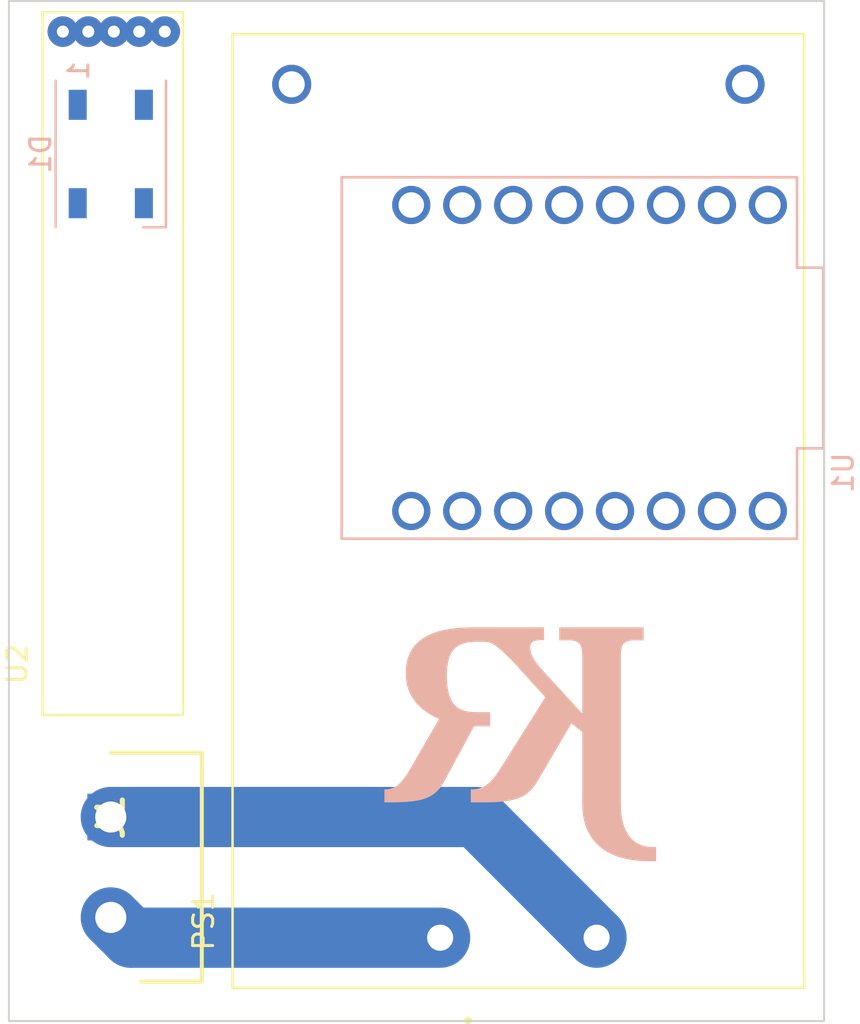
<source format=kicad_pcb>
(kicad_pcb (version 20211014) (generator pcbnew)
  (layers (0 "F.Cu" signal) (31 "B.Cu" signal) (34 "B.Paste" user) (35 "F.Paste" user) (36 "B.SilkS" user "B.Silkscreen") (37 "F.SilkS" user "F.Silkscreen") (38 "B.Mask" user) (39 "F.Mask" user) (44 "Edge.Cuts" user))
  (net 0 "")
  (net 1 "Net-(U1-Pad7)")
  (net 3 "Net-(PS1-Pad1)")
  (net 4 "Net-(PS1-Pad2)")
  (net 5 "GND")
  (net 6 "+5V")
  (net 8 "Net-(U1-Pad1)")
  (net 10 "Net-(U1-Pad3)")
  (footprint "Project:HLK-10M05" (layer "F.Cu") (at 91.44 144.78 90)
    (fp_text reference "PS1" (at -20.425 -15.695 90) (layer "F.SilkS"))
    (fp_text value "HLK-10M05")
    (fp_line (start 23.75 14.25) (end -23.75 14.25) (layer "F.SilkS") (width 0.127))
    (fp_line (start 23.75 -14.25) (end 23.75 14.25) (layer "F.SilkS") (width 0.127))
    (fp_line (start -23.75 -14.25) (end 23.75 -14.25) (layer "F.SilkS") (width 0.127))
    (fp_line (start -23.75 14.25) (end -23.75 -14.25) (layer "F.SilkS") (width 0.127))
    (fp_circle (center -25.37 -2.5) (end -25.27 -2.5) (layer "F.SilkS") (width 0.2) (fill none))
    (pad "1" thru_hole rect (at -21.25 -3.9 90) (size 1.95 1.95) (drill 1.3) (layers *.Cu *.Mask) (net 3 "Net-(PS1-Pad1)"))
    (pad "2" thru_hole circle (at -21.25 3.9 90) (size 1.95 1.95) (drill 1.3) (layers *.Cu *.Mask) (net 4 "Net-(PS1-Pad2)"))
    (pad "3" thru_hole circle (at 21.25 -11.3 90) (size 1.95 1.95) (drill 1.3) (layers *.Cu *.Mask) (net 5 "GND"))
    (pad "4" thru_hole circle (at 21.25 11.3 90) (size 1.95 1.95) (drill 1.3) (layers *.Cu *.Mask) (net 6 "+5V"))
  )
  (footprint "Project:LD2410 (B)" (layer "F.Cu") (at 67.715 154.94 90)
    (fp_text reference "U2" (at 2.54 -1.27 90 unlocked) (layer "F.SilkS"))
    (fp_text value "LD2410_(B)")
    (fp_line (start 35 7) (end 0 7) (layer "F.SilkS") (width 0.12))
    (fp_line (start 0 7) (end 0 0) (layer "F.SilkS") (width 0.12))
    (fp_line (start 0 0) (end 35 0) (layer "F.SilkS") (width 0.12))
    (fp_line (start 35 0) (end 35 7) (layer "F.SilkS") (width 0.12))
    (pad "1" thru_hole circle (at 34.036 6.096 90) (size 1.524 1.524) (drill 0.6) (layers *.Cu *.Mask))
    (pad "2" thru_hole circle (at 34.036 4.826 90) (size 1.524 1.524) (drill 0.6) (layers *.Cu *.Mask) (net 8 "Net-(U1-Pad1)"))
    (pad "3" thru_hole circle (at 34.036 3.556 90) (size 1.524 1.524) (drill 0.6) (layers *.Cu *.Mask) (net 10 "Net-(U1-Pad3)"))
    (pad "4" thru_hole circle (at 34.036 2.286 90) (size 1.524 1.524) (drill 0.6) (layers *.Cu *.Mask) (net 5 "GND"))
    (pad "5" thru_hole circle (at 34.036 1.016 90) (size 1.524 1.524) (drill oval 0.6) (layers *.Cu *.Mask) (net 6 "+5V"))
  )
  (footprint "Project:RHDRRA2W95P0X500_1X2_1120X900X1280P" (layer "F.Cu") (at 71.12 160.02 -90)
    (fp_text reference "J1" (at 0 0 90) (layer "F.SilkS") (effects (font (size 1.27 1.27) (thickness 0.254))))
    (fp_text value "Screw_Terminal_01x02" hide)
    (fp_line (start 8.2 -4.538) (end 8.2 -1.5125) (layer "F.SilkS") (width 0.2))
    (fp_line (start -3.2 -4.538) (end 8.2 -4.538) (layer "F.SilkS") (width 0.2))
    (fp_line (start -3.2 0) (end -3.2 -4.538) (layer "F.SilkS") (width 0.2))
    (pad "1" thru_hole rect locked (at 0 0 270) (size 2.325 2.325) (drill 1.55) (layers *.Cu *.Mask) (net 4 "Net-(PS1-Pad2)"))
    (pad "2" thru_hole circle locked (at 5 0 270) (size 2.325 2.325) (drill 1.55) (layers *.Cu *.Mask) (net 3 "Net-(PS1-Pad1)"))
  )
  (footprint "LED_SMD:LED_WS2812B_PLCC4_5.0x5.0mm_P3.2mm" (layer "B.Cu") (at 71.12 127 -90)
    (fp_text reference "D1" (at 0 3.5 90) (layer "B.SilkS") (effects (justify mirror)))
    (fp_text value "WS2812B")
    (fp_text user "1" (at -4.15 1.6 90) (layer "B.SilkS") (effects (justify mirror)))
    (fp_line (start -3.65 -2.75) (end 3.65 -2.75) (layer "B.SilkS") (width 0.12))
    (fp_line (start 3.65 -2.75) (end 3.65 -1.6) (layer "B.SilkS") (width 0.12))
    (fp_line (start -3.65 2.75) (end 3.65 2.75) (layer "B.SilkS") (width 0.12))
    (pad "1" smd rect (at -2.45 1.65 270) (size 1.5 0.9) (layers "B.Cu" "B.Paste" "B.Mask") (net 5 "GND"))
    (pad "2" smd rect (at -2.45 -1.65 270) (size 1.5 0.9) (layers "B.Cu" "B.Paste" "B.Mask"))
    (pad "3" smd rect (at 2.45 -1.65 270) (size 1.5 0.9) (layers "B.Cu" "B.Paste" "B.Mask") (net 6 "+5V"))
    (pad "4" smd rect (at 2.45 1.65 270) (size 1.5 0.9) (layers "B.Cu" "B.Paste" "B.Mask") (net 1 "Net-(U1-Pad7)"))
  )
  (footprint "Project:ESP32-C3_SUPERMINI" (layer "B.Cu") (at 93.98 137.16 90)
    (fp_text reference "U1" (at -5.715 13.6525 90) (layer "B.SilkS") (effects (justify mirror)))
    (fp_text value "ESP32-C3_SUPERMINI")
    (fp_line (start 4.5 12.65) (end 4.5 11.35) (layer "B.SilkS") (width 0.127))
    (fp_line (start -4.5 11.35) (end -9 11.35) (layer "B.SilkS") (width 0.127))
    (fp_line (start -9 -11.35) (end -9 11.35) (layer "B.SilkS") (width 0.127))
    (fp_line (start 9 -11.35) (end -9 -11.35) (layer "B.SilkS") (width 0.127))
    (fp_line (start 9 11.35) (end 4.5 11.35) (layer "B.SilkS") (width 0.127))
    (fp_line (start 4.5 12.65) (end -4.5 12.65) (layer "B.SilkS") (width 0.127))
    (fp_line (start -4.5 12.65) (end -4.5 11.35) (layer "B.SilkS") (width 0.127))
    (fp_line (start 9 -11.35) (end 9 11.35) (layer "B.SilkS") (width 0.127))
    (pad "0" thru_hole circle (at 7.62 -7.88 90) (size 1.905 1.905) (drill 1.27) (layers *.Cu *.Mask))
    (pad "1" thru_hole circle (at 7.62 -5.34 90) (size 1.905 1.905) (drill 1.27) (layers *.Cu *.Mask) (net 8 "Net-(U1-Pad1)"))
    (pad "2" thru_hole circle (at 7.62 -2.8 90) (size 1.905 1.905) (drill 1.27) (layers *.Cu *.Mask))
    (pad "3" thru_hole circle (at 7.62 -0.26 90) (size 1.905 1.905) (drill 1.27) (layers *.Cu *.Mask) (net 10 "Net-(U1-Pad3)"))
    (pad "3.3" thru_hole circle (at 7.62 4.82 90) (size 1.905 1.905) (drill 1.27) (layers *.Cu *.Mask))
    (pad "4" thru_hole circle (at 7.62 2.28 90) (size 1.905 1.905) (drill 1.27) (layers *.Cu *.Mask))
    (pad "5" thru_hole circle (at -7.62 9.9 90) (size 1.905 1.905) (drill 1.27) (layers *.Cu *.Mask))
    (pad "5V" thru_hole circle (at 7.62 9.9 90) (size 1.905 1.905) (drill 1.27) (layers *.Cu *.Mask) (net 6 "+5V"))
    (pad "6" thru_hole circle (at -7.62 7.36 90) (size 1.905 1.905) (drill 1.27) (layers *.Cu *.Mask))
    (pad "7" thru_hole circle (at -7.62 4.82 90) (size 1.905 1.905) (drill 1.27) (layers *.Cu *.Mask) (net 1 "Net-(U1-Pad7)"))
    (pad "8" thru_hole circle (at -7.62 2.28 90) (size 1.905 1.905) (drill 1.27) (layers *.Cu *.Mask))
    (pad "9" thru_hole circle (at -7.62 -0.26 90) (size 1.905 1.905) (drill 1.27) (layers *.Cu *.Mask))
    (pad "10" thru_hole circle (at -7.62 -2.8 90) (size 1.905 1.905) (drill 1.27) (layers *.Cu *.Mask))
    (pad "20" thru_hole circle (at -7.62 -5.34 90) (size 1.905 1.905) (drill 1.27) (layers *.Cu *.Mask))
    (pad "21" thru_hole circle (at -7.62 -7.88 90) (size 1.905 1.905) (drill 1.27) (layers *.Cu *.Mask))
    (pad "G" thru_hole circle (at 7.62 7.36 90) (size 1.905 1.905) (drill 1.27) (layers *.Cu *.Mask) (net 5 "GND"))
  )
  (gr_poly (pts (xy 88.956279 150.575054) (xy 88.75045 150.58185) (xy 88.551863 150.593178) (xy 88.36052 150.609036) (xy 88.176419 150.629426) (xy 87.999562 150.654346) (xy 87.829948 150.683797) (xy 87.667576 150.71778) (xy 87.512448 150.756293) (xy 87.364562 150.799338) (xy 87.223919 150.846913) (xy 87.09052 150.899019) (xy 86.964363 150.955657) (xy 86.845449 151.016825) (xy 86.733779 151.082525) (xy 86.629351 151.152755) (xy 86.531698 151.227276) (xy 86.440352 151.305849) (xy 86.355312 151.388474) (xy 86.276579 151.47515) (xy 86.204152 151.565877) (xy 86.138032 151.660656) (xy 86.078219 151.759486) (xy 86.024712 151.862367) (xy 85.977512 151.9693) (xy 85.936618 152.080285) (xy 85.902031 152.195321) (xy 85.873751 152.314408) (xy 85.851777 152.437547) (xy 85.836109 152.564737) (xy 85.826749 152.695978) (xy 85.823694 152.831271) (xy 85.824647 152.911435) (xy 85.827506 152.990067) (xy 85.832271 153.067167) (xy 85.838941 153.142736) (xy 85.847517 153.216773) (xy 85.857999 153.289278) (xy 85.870387 153.360251) (xy 85.884681 153.429693) (xy 85.90088 153.497603) (xy 85.918986 153.563981) (xy 85.938997 153.628828) (xy 85.960914 153.692143) (xy 85.984737 153.753926) (xy 86.010466 153.814178) (xy 86.0381 153.872898) (xy 86.067641 153.930086) (xy 86.097052 153.98385) (xy 86.127826 154.03676) (xy 86.159943 154.088791) (xy 86.193382 154.139921) (xy 86.228123 154.190125) (xy 86.264147 154.239378) (xy 86.301432 154.287657) (xy 86.33996 154.334938) (xy 86.379709 154.381197) (xy 86.420659 154.426409) (xy 86.462792 154.47055) (xy 86.506085 154.513597) (xy 86.55052 154.555526) (xy 86.596075 154.596311) (xy 86.642732 154.63593) (xy 86.690469 154.674358) (xy 86.782585 154.743818) (xy 86.876898 154.810095) (xy 86.973324 154.87314) (xy 87.07178 154.932905) (xy 87.172181 154.989339) (xy 87.274444 155.042395) (xy 87.378485 155.092023) (xy 87.48422 155.138174) (xy 86.032451 157.641661) (xy 85.956565 157.768351) (xy 85.88144 157.886086) (xy 85.807075 157.994867) (xy 85.733472 158.094693) (xy 85.696955 158.141248) (xy 85.660628 158.185565) (xy 85.624492 158.227643) (xy 85.588546 158.267482) (xy 85.55279 158.305083) (xy 85.517224 158.340445) (xy 85.481848 158.373569) (xy 85.446663 158.404454) (xy 85.413198 158.432591) (xy 85.378611 158.45907) (xy 85.342964 158.483869) (xy 85.30632 158.506963) (xy 85.268741 158.528329) (xy 85.230292 158.547944) (xy 85.191033 158.565783) (xy 85.151028 158.581824) (xy 85.11034 158.596043) (xy 85.069032 158.608416) (xy 85.027166 158.61892) (xy 84.984804 158.627531) (xy 84.942011 158.634226) (xy 84.898848 158.638982) (xy 84.855378 158.641773) (xy 84.811664 158.642578) (xy 84.762451 158.64258) (xy 84.762451 159.289222) (xy 85.164882 159.289222) (xy 85.34422 159.287891) (xy 85.515918 159.283897) (xy 85.679976 159.277241) (xy 85.836394 159.267923) (xy 85.985173 159.255942) (xy 86.126311 159.241299) (xy 86.25981 159.223993) (xy 86.385669 159.204026) (xy 86.44607 159.192801) (xy 86.505236 159.180428) (xy 86.563165 159.166905) (xy 86.619858 159.152233) (xy 86.675315 159.136412) (xy 86.729536 159.119441) (xy 86.782521 159.101322) (xy 86.83427 159.082052) (xy 86.884783 159.061634) (xy 86.934059 159.040066) (xy 86.9821 159.017349) (xy 87.028904 158.993483) (xy 87.074473 158.968468) (xy 87.118805 158.942303) (xy 87.161901 158.914989) (xy 87.203761 158.886525) (xy 87.244665 158.856583) (xy 87.284893 158.824832) (xy 87.324445 158.791272) (xy 87.363321 158.755904) (xy 87.401521 158.718727) (xy 87.439046 158.679741) (xy 87.475894 158.638947) (xy 87.512067 158.596344) (xy 87.547563 158.551932) (xy 87.582384 158.505712) (xy 87.616529 158.457683) (xy 87.649998 158.407845) (xy 87.68279 158.356199) (xy 87.714907 158.302744) (xy 87.746348 158.24748) (xy 87.777113 158.190407) (xy 89.230205 155.504887) (xy 90.035596 155.504887) (xy 90.035596 154.797126) (xy 89.352178 154.797126) (xy 89.248958 154.795362) (xy 89.149838 154.790073) (xy 89.05482 154.781257) (xy 88.963902 154.768914) (xy 88.877086 154.753046) (xy 88.79437 154.73365) (xy 88.715756 154.710729) (xy 88.641243 154.684281) (xy 88.57083 154.654307) (xy 88.504519 154.620806) (xy 88.442309 154.583779) (xy 88.3842 154.543225) (xy 88.330191 154.499145) (xy 88.280284 154.451539) (xy 88.234478 154.400406) (xy 88.192773 154.345747) (xy 88.154357 154.287605) (xy 88.118417 154.226027) (xy 88.084953 154.161011) (xy 88.053966 154.092557) (xy 88.025455 154.020666) (xy 87.999421 153.945337) (xy 87.975863 153.866571) (xy 87.954781 153.784367) (xy 87.936175 153.698726) (xy 87.920046 153.609647) (xy 87.906393 153.517131) (xy 87.895217 153.421177) (xy 87.886516 153.321785) (xy 87.880293 153.218957) (xy 87.876545 153.11269) (xy 87.875274 153.002986) (xy 87.87661 152.889162) (xy 87.880619 152.779529) (xy 87.887301 152.674089) (xy 87.896655 152.57284) (xy 87.908682 152.475783) (xy 87.923382 152.382919) (xy 87.940755 152.294246) (xy 87.9608 152.209765) (xy 87.983518 152.129477) (xy 88.008909 152.05338) (xy 88.036972 151.981476) (xy 88.067708 151.913763) (xy 88.101117 151.850242) (xy 88.137199 151.790913) (xy 88.175953 151.735777) (xy 88.21738 151.684832) (xy 88.261998 151.63751) (xy 88.310327 151.593241) (xy 88.362366 151.552025) (xy 88.418116 151.513862) (xy 88.477576 151.478752) (xy 88.540746 151.446695) (xy 88.607627 151.417691) (xy 88.678218 151.39174) (xy 88.752519 151.368842) (xy 88.830531 151.348997) (xy 88.912253 151.332206) (xy 88.997686 151.318467) (xy 89.086829 151.307781) (xy 89.179682 151.300149) (xy 89.276246 151.295569) (xy 89.37652 151.294042) (xy 89.641103 151.294042) (xy 89.685464 151.294492) (xy 89.727003 151.295776) (xy 89.765778 151.297801) (xy 89.801846 151.300471) (xy 89.866085 151.307367) (xy 89.920173 151.315705) (xy 89.964562 151.324725) (xy 89.999705 151.333668) (xy 90.026055 151.341773) (xy 90.044064 151.348282) (xy 90.045262 151.348758) (xy 90.046449 151.349259) (xy 90.047625 151.349784) (xy 90.04879 151.350335) (xy 90.049943 151.35091) (xy 90.051083 151.351509) (xy 90.052211 151.352133) (xy 90.053326 151.35278) (xy 90.054912 151.35278) (xy 90.083611 151.366621) (xy 90.106506 151.377982) (xy 90.127144 151.388499) (xy 90.151972 151.401954) (xy 90.176559 151.415833) (xy 90.200899 151.430133) (xy 90.224985 151.44485) (xy 90.248814 151.459982) (xy 90.27238 151.475523) (xy 90.295678 151.491473) (xy 90.318701 151.507826) (xy 90.377814 151.55153) (xy 90.440261 151.600779) (xy 90.505153 151.654522) (xy 90.571601 151.711704) (xy 90.705607 151.832178) (xy 90.835167 151.953781) (xy 90.953168 152.068091) (xy 91.052498 152.166688) (xy 91.16669 152.283055) (xy 91.963086 153.157767) (xy 92.779326 154.052853) (xy 91.964409 155.346136) (xy 90.509201 157.654096) (xy 90.440897 157.756411) (xy 90.373569 157.852616) (xy 90.307216 157.942711) (xy 90.241839 158.026695) (xy 90.177438 158.10457) (xy 90.114012 158.176334) (xy 90.051562 158.241988) (xy 89.990088 158.301532) (xy 89.9713 158.318812) (xy 89.9522 158.335736) (xy 89.932793 158.352301) (xy 89.913085 158.368502) (xy 89.89308 158.384335) (xy 89.872784 158.399797) (xy 89.852201 158.414883) (xy 89.831337 158.429589) (xy 89.791445 158.455649) (xy 89.750685 158.480086) (xy 89.709107 158.502885) (xy 89.66676 158.524031) (xy 89.623696 158.543508) (xy 89.579965 158.561303) (xy 89.535615 158.577399) (xy 89.490699 158.591782) (xy 89.445265 158.604437) (xy 89.399365 158.615349) (xy 89.353047 158.624503) (xy 89.306363 158.631883) (xy 89.259362 158.637476) (xy 89.212095 158.641265) (xy 89.164612 158.643236) (xy 89.116963 158.643373) (xy 89.06828 158.643373) (xy 89.06828 159.290015) (xy 89.842451 159.290015) (xy 90.048284 159.286555) (xy 90.242451 159.279746) (xy 90.424952 159.269588) (xy 90.595786 159.256082) (xy 90.754953 159.239227) (xy 90.902455 159.219023) (xy 91.038289 159.195471) (xy 91.162457 159.16857) (xy 91.224759 159.152719) (xy 91.285261 159.135923) (xy 91.343962 159.118183) (xy 91.400863 159.099498) (xy 91.455964 159.079868) (xy 91.509264 159.059294) (xy 91.560763 159.037775) (xy 91.610462 159.015311) (xy 91.658361 158.991902) (xy 91.70446 158.967549) (xy 91.748758 158.942252) (xy 91.791256 158.916009) (xy 91.831953 158.888822) (xy 91.87085 158.860691) (xy 91.907946 158.831614) (xy 91.943242 158.801593) (xy 91.976289 158.771337) (xy 92.008674 158.740396) (xy 92.040388 158.70878) (xy 92.071419 158.676501) (xy 92.101757 158.643571) (xy 92.131393 158.609999) (xy 92.160314 158.575798) (xy 92.188512 158.540978) (xy 92.222906 158.49642) (xy 92.256402 158.451205) (xy 92.288991 158.405345) (xy 92.320665 158.358855) (xy 92.351412 158.311747) (xy 92.381226 158.264036) (xy 92.410096 158.215735) (xy 92.438014 158.166858) (xy 94.085573 155.359365) (xy 94.622677 155.786138) (xy 94.622677 159.314091) (xy 94.623727 159.416824) (xy 94.626874 159.517457) (xy 94.632119 159.615989) (xy 94.639462 159.712422) (xy 94.648903 159.806754) (xy 94.660443 159.898987) (xy 94.67408 159.989119) (xy 94.689815 160.07715) (xy 94.707649 160.163082) (xy 94.727581 160.246914) (xy 94.74961 160.328645) (xy 94.773738 160.408277) (xy 94.799964 160.485808) (xy 94.828288 160.561239) (xy 94.85871 160.634569) (xy 94.891229 160.7058) (xy 94.925538 160.775075) (xy 94.961327 160.842536) (xy 94.998596 160.908185) (xy 95.037346 160.972021) (xy 95.077575 161.034044) (xy 95.119284 161.094254) (xy 95.162473 161.152651) (xy 95.207142 161.209236) (xy 95.253291 161.264008) (xy 95.30092 161.316967) (xy 95.350029 161.368113) (xy 95.400618 161.417446) (xy 95.452688 161.464967) (xy 95.506237 161.510675) (xy 95.561266 161.55457) (xy 95.617775 161.596652) (xy 95.677176 161.637907) (xy 95.737486 161.67769) (xy 95.798677 161.715988) (xy 95.86072 161.752789) (xy 95.923589 161.788078) (xy 95.987254 161.821844) (xy 96.051688 161.854074) (xy 96.116862 161.884755) (xy 96.182749 161.913874) (xy 96.249321 161.941419) (xy 96.316549 161.967376) (xy 96.384406 161.991733) (xy 96.452863 162.014476) (xy 96.521892 162.035595) (xy 96.591466 162.055074) (xy 96.661557 162.072902) (xy 96.810218 162.107443) (xy 96.959766 162.137375) (xy 97.110092 162.162688) (xy 97.261089 162.183366) (xy 97.41265 162.199398) (xy 97.564668 162.210769) (xy 97.717035 162.217469) (xy 97.869643 162.219482) (xy 98.309117 162.21948) (xy 98.309117 161.511457) (xy 98.089513 161.511457) (xy 98.040376 161.510488) (xy 97.9914 161.507863) (xy 97.942623 161.503593) (xy 97.894086 161.49769) (xy 97.84583 161.490163) (xy 97.797894 161.481026) (xy 97.750318 161.470288) (xy 97.703143 161.457962) (xy 97.656408 161.444058) (xy 97.610155 161.428587) (xy 97.564422 161.411561) (xy 97.51925 161.392991) (xy 97.474679 161.372889) (xy 97.43075 161.351264) (xy 97.387502 161.328129) (xy 97.344976 161.303495) (xy 97.301248 161.276548) (xy 97.258568 161.247498) (xy 97.216937 161.216347) (xy 97.176353 161.183093) (xy 97.136818 161.147737) (xy 97.09833 161.110279) (xy 97.060891 161.070718) (xy 97.024499 161.029056) (xy 96.989155 160.985291) (xy 96.95486 160.939424) (xy 96.921612 160.891455) (xy 96.889413 160.841383) (xy 96.858261 160.78921) (xy 96.828157 160.734934) (xy 96.799102 160.678556) (xy 96.771094 160.620076) (xy 96.744471 160.55921) (xy 96.719567 160.495676) (xy 96.696383 160.429473) (xy 96.674918 160.360602) (xy 96.655174 160.289062) (xy 96.637149 160.214854) (xy 96.620844 160.137977) (xy 96.606259 160.058432) (xy 96.593394 159.976218) (xy 96.582248 159.891335) (xy 96.572822 159.803784) (xy 96.565116 159.713564) (xy 96.55913 159.620676) (xy 96.554864 159.525119) (xy 96.552317 159.426894) (xy 96.55149 159.326) (xy 96.55149 151.965819) (xy 96.552206 151.906204) (xy 96.554355 151.849399) (xy 96.557936 151.795402) (xy 96.56295 151.744214) (xy 96.569396 151.695836) (xy 96.577274 151.650267) (xy 96.586586 151.607506) (xy 96.597329 151.567555) (xy 96.609505 151.530414) (xy 96.623114 151.496081) (xy 96.638154 151.464557) (xy 96.654628 151.435843) (xy 96.672534 151.409937) (xy 96.691872 151.386841) (xy 96.712643 151.366554) (xy 96.734846 151.349076) (xy 96.759393 151.33317) (xy 96.784474 151.318275) (xy 96.810059 151.304399) (xy 96.836114 151.291553) (xy 96.86261 151.279745) (xy 96.889514 151.268984) (xy 96.916794 151.259281) (xy 96.944419 151.250643) (xy 96.972358 151.24308) (xy 97.000579 151.236602) (xy 97.02905 151.231217) (xy 97.05774 151.226934) (xy 97.086617 151.223764) (xy 97.115649 151.221715) (xy 97.144805 151.220797) (xy 97.174054 151.221018) (xy 97.686817 151.221018) (xy 97.686817 150.573582) (xy 93.47518 150.573582) (xy 93.47518 151.221017) (xy 93.987942 151.221017) (xy 94.021196 151.221544) (xy 94.053785 151.223124) (xy 94.085709 151.225754) (xy 94.116968 151.229434) (xy 94.14756 151.234163) (xy 94.177484 151.239937) (xy 94.20674 151.246757) (xy 94.235327 151.25462) (xy 94.263245 151.263524) (xy 94.290492 151.273469) (xy 94.317068 151.284453) (xy 94.342972 151.296473) (xy 94.368202 151.30953) (xy 94.39276 151.32362) (xy 94.416643 151.338743) (xy 94.43985 151.354897) (xy 94.451106 151.363618) (xy 94.462004 151.373112) (xy 94.472544 151.383378) (xy 94.482726 151.394416) (xy 94.49255 151.406224) (xy 94.502016 151.418803) (xy 94.511124 151.432151) (xy 94.519874 151.446269) (xy 94.528267 151.461154) (xy 94.536302 151.476807) (xy 94.54398 151.493227) (xy 94.551299 151.510413) (xy 94.564866 151.54708) (xy 94.577004 151.586804) (xy 94.587712 151.629579) (xy 94.596991 151.675399) (xy 94.604841 151.724259) (xy 94.611263 151.776155) (xy 94.616258 151.831079) (xy 94.619824 151.889027) (xy 94.621964 151.949994) (xy 94.622677 152.013974) (xy 94.622677 154.858509) (xy 92.730907 152.794759) (xy 92.636988 152.693254) (xy 92.550494 152.595908) (xy 92.471425 152.502721) (xy 92.399781 152.413693) (xy 92.335562 152.328823) (xy 92.278767 152.248113) (xy 92.229398 152.171562) (xy 92.207497 152.134846) (xy 92.187453 152.099169) (xy 92.168935 152.064112) (xy 92.151614 152.029253) (xy 92.13549 151.994593) (xy 92.120563 151.960131) (xy 92.106833 151.925867) (xy 92.094299 151.891802) (xy 92.082962 151.857936) (xy 92.072822 151.824267) (xy 92.063879 151.790798) (xy 92.056133 151.757526) (xy 92.049583 151.724453) (xy 92.04423 151.691579) (xy 92.040075 151.658903) (xy 92.037116 151.626425) (xy 92.035353 151.594146) (xy 92.034788 151.562065) (xy 92.034861 151.553163) (xy 92.035093 151.544267) (xy 92.035484 151.53538) (xy 92.036034 151.526503) (xy 92.036742 151.517638) (xy 92.037609 151.508788) (xy 92.038635 151.499953) (xy 92.039818 151.491136) (xy 92.042044 151.474204) (xy 92.045343 151.457579) (xy 92.049686 151.441306) (xy 92.055041 151.425426) (xy 92.061381 151.409982) (xy 92.068673 151.395017) (xy 92.076889 151.380573) (xy 92.085999 151.366694) (xy 92.095972 151.353421) (xy 92.106779 151.340797) (xy 92.11839 151.328865) (xy 92.130775 151.317668) (xy 92.143903 151.307248) (xy 92.157746 151.297648) (xy 92.172272 151.28891) (xy 92.187453 151.281078) (xy 92.207417 151.272234) (xy 92.229145 151.263958) (xy 92.252636 151.256251) (xy 92.277891 151.249113) (xy 92.304908 151.242543) (xy 92.333689 151.236541) (xy 92.364233 151.231108) (xy 92.39654 151.226243) (xy 92.43061 151.221947) (xy 92.466444 151.218219) (xy 92.50404 151.215059) (xy 92.5434 151.212468) (xy 92.584523 151.210445) (xy 92.62741 151.208991) (xy 92.672059 151.208106) (xy 92.718472 151.207788) (xy 92.718472 150.572788) (xy 89.169351 150.572788)) (layer "B.SilkS") (width 0) (fill solid))
  (gr_rect (start 66.04 119.38) (end 106.68 170.18) (layer "Edge.Cuts") (width 0.1) (fill none))
  (segment (start 86.53 165.02) (end 87.54 166.03) (width 0.25) (layer "F.Cu") (net 3))
  (segment (start 87.54 166.03) (end 72.13 166.03) (width 3) (layer "B.Cu") (net 3))
  (segment (start 72.13 166.03) (end 71.12 165.02) (width 3) (layer "B.Cu") (net 3))
  (segment (start 71.12 160.02) (end 89.33 160.02) (width 3) (layer "B.Cu") (net 4))
  (segment (start 89.33 160.02) (end 95.34 166.03) (width 3) (layer "B.Cu") (net 4))
)
</source>
